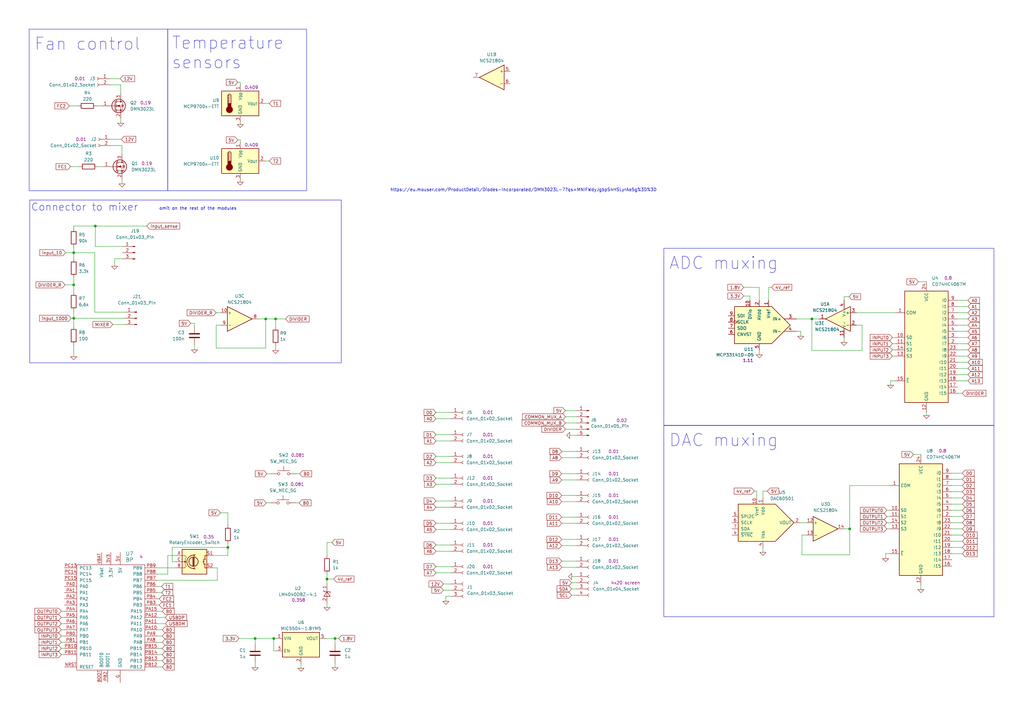
<source format=kicad_sch>
(kicad_sch (version 20230121) (generator eeschema)
  (paper "A3")
  (junction (at 30.226 103.632))
  (junction (at 113.03 130.81))
  (junction (at 30.226 116.84))
  (junction (at 134.112 237.49))
  (junction (at 39.116 92.71))
  (junction (at 93.472 224.536))
  (junction (at 108.966 130.81))
  (junction (at 112.268 261.874))
  (junction (at 137.414 261.874))
  (junction (at 348.488 216.916))
  (junction (at 104.648 261.874))
  (junction (at 30.226 130.556))
  (junction (at 332.994 130.81))
  (wire (pts (xy 113.03 141.732) (xy 113.03 143.764)))
  (wire (pts (xy 397.002 140.97) (xy 392.684 140.97)))
  (wire (pts (xy 230.378 214.63) (xy 236.474 214.63)))
  (wire (pts (xy 397.002 128.27) (xy 392.684 128.27)))
  (wire (pts (xy 365.252 157.988) (xy 365.252 156.21)))
  (wire (pts (xy 87.376 232.918) (xy 89.154 232.918)))
  (wire (pts (xy 348.488 199.136) (xy 348.488 216.916)))
  (wire (pts (xy 134.112 235.458) (xy 134.112 237.49)))
  (wire (pts (xy 330.962 219.456) (xy 328.93 219.456)))
  (wire (pts (xy 366.014 146.05) (xy 367.284 146.05)))
  (wire (pts (xy 394.716 204.216) (xy 390.398 204.216)))
  (wire (pts (xy 137.414 273.812) (xy 137.414 271.78)))
  (wire (pts (xy 234.442 241.554) (xy 236.474 241.554)))
  (wire (pts (xy 78.232 132.588) (xy 79.756 132.588)))
  (wire (pts (xy 394.716 219.456) (xy 390.398 219.456)))
  (wire (pts (xy 40.132 68.326) (xy 42.418 68.326)))
  (wire (pts (xy 182.88 246.634) (xy 182.88 244.602)))
  (wire (pts (xy 98.552 33.782) (xy 98.552 34.798)))
  (wire (pts (xy 328.93 219.456) (xy 328.93 227.584)))
  (wire (pts (xy 309.372 201.422) (xy 310.388 201.422)))
  (wire (pts (xy 39.116 101.092) (xy 39.116 92.71)))
  (wire (pts (xy 305.054 117.856) (xy 311.404 117.856)))
  (wire (pts (xy 93.472 227.838) (xy 87.376 227.838)))
  (wire (pts (xy 98.552 74.676) (xy 98.552 73.66)))
  (wire (pts (xy 138.938 261.874) (xy 137.414 261.874)))
  (wire (pts (xy 348.488 227.584) (xy 348.488 216.916)))
  (wire (pts (xy 231.902 168.402) (xy 236.474 168.402)))
  (wire (pts (xy 104.648 264.16) (xy 104.648 261.874)))
  (wire (pts (xy 67.818 253.238) (xy 64.516 253.238)))
  (wire (pts (xy 376.682 115.57) (xy 379.984 115.57)))
  (wire (pts (xy 348.234 121.666) (xy 346.202 121.666)))
  (wire (pts (xy 46.99 106.172) (xy 50.292 106.172)))
  (wire (pts (xy 394.716 209.296) (xy 390.398 209.296)))
  (wire (pts (xy 26.67 116.84) (xy 30.226 116.84)))
  (wire (pts (xy 379.984 168.91) (xy 379.984 170.434)))
  (wire (pts (xy 49.53 50.546) (xy 49.53 48.514)))
  (wire (pts (xy 181.864 239.522) (xy 184.912 239.522)))
  (wire (pts (xy 230.378 194.31) (xy 236.474 194.31)))
  (wire (pts (xy 104.648 273.812) (xy 104.648 271.78)))
  (wire (pts (xy 137.414 261.874) (xy 133.604 261.874)))
  (wire (pts (xy 328.422 135.89) (xy 326.644 135.89)))
  (wire (pts (xy 348.488 216.916) (xy 346.202 216.916)))
  (wire (pts (xy 122.682 206.248) (xy 121.158 206.248)))
  (wire (pts (xy 38.862 103.632) (xy 30.226 103.632)))
  (wire (pts (xy 394.716 196.596) (xy 390.398 196.596)))
  (wire (pts (xy 374.65 186.436) (xy 377.698 186.436)))
  (wire (pts (xy 394.716 216.916) (xy 390.398 216.916)))
  (wire (pts (xy 66.548 268.478) (xy 64.516 268.478)))
  (wire (pts (xy 397.002 133.35) (xy 392.684 133.35)))
  (wire (pts (xy 230.378 232.664) (xy 236.474 232.664)))
  (wire (pts (xy 25.146 263.398) (xy 26.416 263.398)))
  (wire (pts (xy 66.548 271.018) (xy 64.516 271.018)))
  (wire (pts (xy 397.002 146.05) (xy 392.684 146.05)))
  (wire (pts (xy 88.646 133.35) (xy 88.646 142.748)))
  (wire (pts (xy 90.424 210.312) (xy 93.472 210.312)))
  (wire (pts (xy 394.716 201.676) (xy 390.398 201.676)))
  (wire (pts (xy 315.214 117.856) (xy 315.214 123.19)))
  (wire (pts (xy 109.22 206.248) (xy 110.998 206.248)))
  (wire (pts (xy 70.612 224.536) (xy 93.472 224.536)))
  (wire (pts (xy 178.816 178.308) (xy 184.912 178.308)))
  (wire (pts (xy 178.816 208.026) (xy 184.912 208.026)))
  (wire (pts (xy 28.956 68.326) (xy 32.512 68.326)))
  (wire (pts (xy 123.444 274.066) (xy 123.444 272.034)))
  (wire (pts (xy 397.002 125.73) (xy 392.684 125.73)))
  (wire (pts (xy 346.202 121.666) (xy 346.202 123.19)))
  (wire (pts (xy 230.378 230.124) (xy 236.474 230.124)))
  (wire (pts (xy 397.002 151.13) (xy 392.684 151.13)))
  (wire (pts (xy 89.154 232.918) (xy 89.154 237.998)))
  (wire (pts (xy 30.226 130.556) (xy 51.054 130.556)))
  (wire (pts (xy 397.002 156.21) (xy 392.684 156.21)))
  (wire (pts (xy 397.002 138.43) (xy 392.684 138.43)))
  (wire (pts (xy 230.378 205.74) (xy 236.474 205.74)))
  (wire (pts (xy 93.472 210.312) (xy 93.472 215.392)))
  (wire (pts (xy 134.112 222.504) (xy 134.112 227.838)))
  (wire (pts (xy 348.488 199.136) (xy 364.998 199.136)))
  (wire (pts (xy 363.728 211.836) (xy 364.998 211.836)))
  (wire (pts (xy 30.226 101.346) (xy 30.226 103.632)))
  (wire (pts (xy 113.03 130.81) (xy 117.094 130.81)))
  (wire (pts (xy 394.716 194.056) (xy 390.398 194.056)))
  (wire (pts (xy 397.002 123.19) (xy 392.684 123.19)))
  (wire (pts (xy 97.536 57.404) (xy 98.552 57.404)))
  (wire (pts (xy 305.054 121.412) (xy 307.594 121.412)))
  (wire (pts (xy 30.226 116.84) (xy 30.226 119.888)))
  (wire (pts (xy 98.552 51.054) (xy 98.552 50.038)))
  (wire (pts (xy 79.756 143.51) (xy 79.756 141.478)))
  (wire (pts (xy 314.706 201.422) (xy 312.928 201.422)))
  (wire (pts (xy 79.756 132.588) (xy 79.756 133.858)))
  (wire (pts (xy 88.646 142.748) (xy 108.966 142.748)))
  (wire (pts (xy 72.136 227.838) (xy 68.834 227.838)))
  (wire (pts (xy 397.002 130.81) (xy 392.684 130.81)))
  (wire (pts (xy 394.716 224.536) (xy 390.398 224.536)))
  (wire (pts (xy 110.49 66.04) (xy 108.712 66.04)))
  (wire (pts (xy 134.112 249.174) (xy 134.112 247.142)))
  (wire (pts (xy 134.112 237.49) (xy 134.112 239.522)))
  (wire (pts (xy 66.548 258.318) (xy 64.516 258.318)))
  (wire (pts (xy 181.864 242.062) (xy 184.912 242.062)))
  (wire (pts (xy 353.568 133.35) (xy 351.282 133.35)))
  (wire (pts (xy 108.966 130.81) (xy 108.966 142.748)))
  (wire (pts (xy 51.054 128.016) (xy 38.862 128.016)))
  (wire (pts (xy 89.154 237.998) (xy 64.516 237.998)))
  (wire (pts (xy 137.414 264.16) (xy 137.414 261.874)))
  (wire (pts (xy 230.378 185.166) (xy 236.474 185.166)))
  (wire (pts (xy 326.644 130.81) (xy 332.994 130.81)))
  (wire (pts (xy 66.548 260.858) (xy 64.516 260.858)))
  (wire (pts (xy 72.136 232.918) (xy 64.516 232.918)))
  (wire (pts (xy 346.202 138.43) (xy 346.202 140.462)))
  (wire (pts (xy 328.168 214.376) (xy 330.962 214.376)))
  (wire (pts (xy 397.002 148.59) (xy 392.684 148.59)))
  (wire (pts (xy 112.268 261.874) (xy 113.284 261.874)))
  (wire (pts (xy 234.442 236.474) (xy 236.474 236.474)))
  (wire (pts (xy 231.902 173.482) (xy 236.474 173.482)))
  (wire (pts (xy 68.834 235.458) (xy 64.516 235.458)))
  (wire (pts (xy 108.966 130.81) (xy 113.03 130.81)))
  (wire (pts (xy 394.716 199.136) (xy 390.398 199.136)))
  (wire (pts (xy 394.716 211.836) (xy 390.398 211.836)))
  (wire (pts (xy 363.728 209.296) (xy 364.998 209.296)))
  (wire (pts (xy 178.816 234.95) (xy 184.912 234.95)))
  (wire (pts (xy 397.002 143.51) (xy 392.684 143.51)))
  (wire (pts (xy 72.136 230.378) (xy 70.612 230.378)))
  (wire (pts (xy 30.226 127.508) (xy 30.226 130.556)))
  (wire (pts (xy 397.002 135.89) (xy 392.684 135.89)))
  (wire (pts (xy 46.228 133.096) (xy 51.054 133.096)))
  (wire (pts (xy 328.422 135.89) (xy 328.422 137.922)))
  (wire (pts (xy 178.816 169.164) (xy 184.912 169.164)))
  (wire (pts (xy 178.816 232.41) (xy 184.912 232.41)))
  (wire (pts (xy 66.548 265.938) (xy 64.516 265.938)))
  (wire (pts (xy 377.698 239.776) (xy 377.698 241.808)))
  (wire (pts (xy 66.548 273.558) (xy 64.516 273.558)))
  (wire (pts (xy 332.994 130.81) (xy 332.994 143.764)))
  (wire (pts (xy 39.624 43.434) (xy 41.91 43.434)))
  (wire (pts (xy 50.038 75.438) (xy 50.038 73.406)))
  (wire (pts (xy 49.53 34.798) (xy 49.53 38.354)))
  (wire (pts (xy 178.816 198.628) (xy 184.912 198.628)))
  (wire (pts (xy 230.378 221.234) (xy 236.474 221.234)))
  (wire (pts (xy 231.902 176.022) (xy 236.474 176.022)))
  (wire (pts (xy 60.198 92.71) (xy 39.116 92.71)))
  (wire (pts (xy 112.268 266.954) (xy 113.284 266.954)))
  (wire (pts (xy 105.918 130.81) (xy 108.966 130.81)))
  (wire (pts (xy 66.294 243.078) (xy 64.516 243.078)))
  (wire (pts (xy 394.716 206.756) (xy 390.398 206.756)))
  (wire (pts (xy 134.112 237.49) (xy 136.906 237.49)))
  (wire (pts (xy 28.448 43.434) (xy 32.004 43.434)))
  (wire (pts (xy 178.816 171.704) (xy 184.912 171.704)))
  (wire (pts (xy 110.49 42.418) (xy 108.712 42.418)))
  (wire (pts (xy 66.548 250.698) (xy 64.516 250.698)))
  (wire (pts (xy 178.816 196.088) (xy 184.912 196.088)))
  (wire (pts (xy 136.144 222.504) (xy 134.112 222.504)))
  (wire (pts (xy 307.594 121.412) (xy 307.594 123.19)))
  (wire (pts (xy 30.226 92.71) (xy 30.226 93.726)))
  (wire (pts (xy 231.902 170.942) (xy 236.474 170.942)))
  (wire (pts (xy 363.728 214.376) (xy 364.998 214.376)))
  (wire (pts (xy 88.646 128.27) (xy 90.678 128.27)))
  (wire (pts (xy 178.816 180.848) (xy 184.912 180.848)))
  (wire (pts (xy 366.014 140.97) (xy 367.284 140.97)))
  (wire (pts (xy 328.93 227.584) (xy 348.488 227.584)))
  (wire (pts (xy 178.816 226.06) (xy 184.912 226.06)))
  (wire (pts (xy 30.226 130.556) (xy 30.226 133.858)))
  (wire (pts (xy 98.552 57.404) (xy 98.552 58.42)))
  (wire (pts (xy 50.292 101.092) (xy 39.116 101.092)))
  (wire (pts (xy 93.472 223.012) (xy 93.472 224.536)))
  (wire (pts (xy 65.278 245.618) (xy 64.516 245.618)))
  (wire (pts (xy 178.816 214.63) (xy 184.912 214.63)))
  (wire (pts (xy 234.442 244.094) (xy 236.474 244.094)))
  (wire (pts (xy 178.816 187.198) (xy 184.912 187.198)))
  (wire (pts (xy 178.816 217.17) (xy 184.912 217.17)))
  (wire (pts (xy 29.21 130.556) (xy 30.226 130.556)))
  (wire (pts (xy 98.044 261.874) (xy 104.648 261.874)))
  (wire (pts (xy 351.282 128.27) (xy 367.284 128.27)))
  (wire (pts (xy 68.834 227.838) (xy 68.834 235.458)))
  (wire (pts (xy 365.252 156.21) (xy 367.284 156.21)))
  (wire (pts (xy 316.484 117.856) (xy 315.214 117.856)))
  (wire (pts (xy 311.404 117.856) (xy 311.404 123.19)))
  (wire (pts (xy 25.146 260.858) (xy 26.416 260.858)))
  (wire (pts (xy 97.536 33.782) (xy 98.552 33.782)))
  (wire (pts (xy 234.442 239.014) (xy 236.474 239.014)))
  (wire (pts (xy 366.014 143.51) (xy 367.284 143.51)))
  (wire (pts (xy 394.716 221.996) (xy 390.398 221.996)))
  (wire (pts (xy 113.03 130.81) (xy 113.03 134.112)))
  (wire (pts (xy 363.22 227.076) (xy 363.22 229.108)))
  (wire (pts (xy 25.146 265.938) (xy 26.416 265.938)))
  (wire (pts (xy 312.928 224.536) (xy 312.928 226.568)))
  (wire (pts (xy 44.958 34.798) (xy 49.53 34.798)))
  (wire (pts (xy 104.648 261.874) (xy 112.268 261.874)))
  (wire (pts (xy 93.472 224.536) (xy 93.472 227.838)))
  (wire (pts (xy 112.268 261.874) (xy 112.268 266.954)))
  (wire (pts (xy 394.716 214.376) (xy 390.398 214.376)))
  (wire (pts (xy 394.716 227.076) (xy 390.398 227.076)))
  (wire (pts (xy 46.99 109.22) (xy 46.99 106.172)))
  (wire (pts (xy 30.226 113.792) (xy 30.226 116.84)))
  (wire (pts (xy 26.924 103.632) (xy 30.226 103.632)))
  (wire (pts (xy 230.378 196.85) (xy 236.474 196.85)))
  (wire (pts (xy 230.378 187.706) (xy 236.474 187.706)))
  (wire (pts (xy 397.002 153.67) (xy 392.684 153.67)))
  (wire (pts (xy 230.378 203.2) (xy 236.474 203.2)))
  (wire (pts (xy 182.88 244.602) (xy 184.912 244.602)))
  (wire (pts (xy 66.548 263.398) (xy 64.516 263.398)))
  (wire (pts (xy 332.994 143.764) (xy 353.568 143.764)))
  (wire (pts (xy 39.116 92.71) (xy 30.226 92.71)))
  (wire (pts (xy 312.928 201.422) (xy 312.928 204.216)))
  (wire (pts (xy 109.474 194.31) (xy 111.252 194.31)))
  (wire (pts (xy 38.862 128.016) (xy 38.862 103.632)))
  (wire (pts (xy 65.278 248.158) (xy 64.516 248.158)))
  (wire (pts (xy 30.226 141.478) (xy 30.226 146.304)))
  (wire (pts (xy 178.816 205.486) (xy 184.912 205.486)))
  (wire (pts (xy 230.378 212.09) (xy 236.474 212.09)))
  (wire (pts (xy 25.146 255.778) (xy 26.416 255.778)))
  (wire (pts (xy 336.042 130.81) (xy 332.994 130.81)))
  (wire (pts (xy 25.146 253.238) (xy 26.416 253.238)))
  (wire (pts (xy 366.014 138.43) (xy 367.284 138.43)))
  (wire (pts (xy 30.226 103.632) (xy 30.226 106.172)))
  (wire (pts (xy 394.716 161.29) (xy 392.684 161.29)))
  (wire (pts (xy 178.816 189.738) (xy 184.912 189.738)))
  (wire (pts (xy 88.646 133.35) (xy 90.678 133.35)))
  (wire (pts (xy 122.936 194.31) (xy 121.412 194.31)))
  (wire (pts (xy 45.466 57.15) (xy 49.784 57.15)))
  (wire (pts (xy 25.146 268.478) (xy 26.416 268.478)))
  (wire (pts (xy 230.378 223.774) (xy 236.474 223.774)))
  (wire (pts (xy 310.388 201.422) (xy 310.388 204.216)))
  (wire (pts (xy 50.038 59.69) (xy 50.038 63.246)))
  (wire (pts (xy 66.294 240.538) (xy 64.516 240.538)))
  (wire (pts (xy 363.728 216.916) (xy 364.998 216.916)))
  (wire (pts (xy 45.466 59.69) (xy 50.038 59.69)))
  (wire (pts (xy 70.612 230.378) (xy 70.612 224.536)))
  (wire (pts (xy 363.22 227.076) (xy 364.998 227.076)))
  (wire (pts (xy 44.958 32.258) (xy 49.276 32.258)))
  (wire (pts (xy 25.146 250.698) (xy 26.416 250.698)))
  (wire (pts (xy 25.146 258.318) (xy 26.416 258.318)))
  (wire (pts (xy 353.568 143.764) (xy 353.568 133.35)))
  (wire (pts (xy 178.816 223.52) (xy 184.912 223.52)))
  (wire (pts (xy 67.818 255.778) (xy 64.516 255.778)))
  (wire (pts (xy 311.404 143.51) (xy 311.404 145.542)))
  (wire (pts (xy 233.68 178.562) (xy 236.474 178.562)))
  (rectangle (start 12.192 82.042) (end 139.954 148.844))
  (rectangle (start 272.288 101.854) (end 407.67 174.498))
  (rectangle (start 11.938 11.938) (end 68.834 78.232))
  (rectangle (start 272.288 174.498) (end 407.67 252.984))
  (rectangle (start 68.834 11.938) (end 125.73 78.232))
  (text "https://eu.mouser.com/ProductDetail/Diodes-Incorporated/DMN3023L-7?qs=MNIFWdyJgbpS4HSLyrAo5g%3D%3D" (at 160.02 78.74 0) (effects (font (size 1.27 1.27)) (justify left bottom)))
  (text "omit on the rest of the modules" (at 65.278 86.36 0) (effects (font (size 1.27 1.27)) (justify left bottom)))
  (text "ADC muxing" (at 274.32 110.998 0) (effects (font (size 5 5)) (justify left bottom)))
  (text "Fan control" (at 13.97 21.082 0) (effects (font (size 5 5)) (justify left bottom)))
  (text "Connector to mixer" (at 12.7 86.868 0) (effects (font (size 3 3)) (justify left bottom)))
  (text "DAC muxing" (at 274.32 183.642 0) (effects (font (size 5 5)) (justify left bottom)))
  (text "Temperature \nsensors\n" (at 70.358 28.702 0) (effects (font (size 5 5)) (justify left bottom)))
  (global_label "OUTPUT2" (shape input) (at 363.728 214.376 180) (property "Intersheetrefs" "${INTERSHEET_REFS}" (effects hide)))
  (global_label "DIVIDER_R" (shape input) (at 88.646 128.27 180) (property "Intersheetrefs" "${INTERSHEET_REFS}" (effects hide)))
  (global_label "INPUT2" (shape input) (at 366.014 143.51 180) (property "Intersheetrefs" "${INTERSHEET_REFS}" (effects hide)))
  (global_label "A7" (shape input) (at 397.002 140.97 0) (property "Intersheetrefs" "${INTERSHEET_REFS}" (effects hide)))
  (global_label "A13" (shape input) (at 397.002 156.21 0) (property "Intersheetrefs" "${INTERSHEET_REFS}" (effects hide)))
  (global_label "5V" (shape input) (at 234.442 239.014 180) (property "Intersheetrefs" "${INTERSHEET_REFS}" (effects hide)))
  (global_label "D7" (shape input) (at 178.816 232.41 180) (property "Intersheetrefs" "${INTERSHEET_REFS}" (effects hide)))
  (global_label "T2" (shape input) (at 66.294 243.078 0) (property "Intersheetrefs" "${INTERSHEET_REFS}" (effects hide)))
  (global_label "5V" (shape input) (at 314.706 201.422 0) (property "Intersheetrefs" "${INTERSHEET_REFS}" (effects hide)))
  (global_label "D4" (shape input) (at 178.816 205.486 180) (property "Intersheetrefs" "${INTERSHEET_REFS}" (effects hide)))
  (global_label "D12" (shape input) (at 394.716 224.536 0) (property "Intersheetrefs" "${INTERSHEET_REFS}" (effects hide)))
  (global_label "5V" (shape input) (at 78.232 132.588 180) (property "Intersheetrefs" "${INTERSHEET_REFS}" (effects hide)))
  (global_label "A12" (shape input) (at 397.002 153.67 0) (property "Intersheetrefs" "${INTERSHEET_REFS}" (effects hide)))
  (global_label "A5" (shape input) (at 178.816 217.17 180) (property "Intersheetrefs" "${INTERSHEET_REFS}" (effects hide)))
  (global_label "D5" (shape input) (at 394.716 206.756 0) (property "Intersheetrefs" "${INTERSHEET_REFS}" (effects hide)))
  (global_label "COMMON_MUX_B" (shape input) (at 231.902 173.482 180) (property "Intersheetrefs" "${INTERSHEET_REFS}" (effects hide)))
  (global_label "D9" (shape input) (at 230.378 194.31 180) (property "Intersheetrefs" "${INTERSHEET_REFS}" (effects hide)))
  (global_label "D10" (shape input) (at 230.378 203.2 180) (property "Intersheetrefs" "${INTERSHEET_REFS}" (effects hide)))
  (global_label "INPUT0" (shape input) (at 366.014 138.43 180) (property "Intersheetrefs" "${INTERSHEET_REFS}" (effects hide)))
  (global_label "A5" (shape input) (at 397.002 135.89 0) (property "Intersheetrefs" "${INTERSHEET_REFS}" (effects hide)))
  (global_label "OUTPUT1" (shape input) (at 363.728 211.836 180) (property "Intersheetrefs" "${INTERSHEET_REFS}" (effects hide)))
  (global_label "DIVIDER_R" (shape input) (at 26.67 116.84 180) (property "Intersheetrefs" "${INTERSHEET_REFS}" (effects hide)))
  (global_label "D11" (shape input) (at 394.716 221.996 0) (property "Intersheetrefs" "${INTERSHEET_REFS}" (effects hide)))
  (global_label "D4" (shape input) (at 394.716 204.216 0) (property "Intersheetrefs" "${INTERSHEET_REFS}" (effects hide)))
  (global_label "A6" (shape input) (at 178.816 226.06 180) (property "Intersheetrefs" "${INTERSHEET_REFS}" (effects hide)))
  (global_label "5V" (shape input) (at 231.902 168.402 180) (property "Intersheetrefs" "${INTERSHEET_REFS}" (effects hide)))
  (global_label "INPUT3" (shape input) (at 25.146 268.478 180) (property "Intersheetrefs" "${INTERSHEET_REFS}" (effects hide)))
  (global_label "A3" (shape input) (at 397.002 130.81 0) (property "Intersheetrefs" "${INTERSHEET_REFS}" (effects hide)))
  (global_label "D8" (shape input) (at 230.378 185.166 180) (property "Intersheetrefs" "${INTERSHEET_REFS}" (effects hide)))
  (global_label "input_sense" (shape input) (at 60.198 92.71 0) (property "Intersheetrefs" "${INTERSHEET_REFS}" (effects hide)))
  (global_label "A11" (shape input) (at 230.378 214.63 180) (property "Intersheetrefs" "${INTERSHEET_REFS}" (effects hide)))
  (global_label "D3" (shape input) (at 394.716 201.676 0) (property "Intersheetrefs" "${INTERSHEET_REFS}" (effects hide)))
  (global_label "B0" (shape input) (at 66.548 265.938 0) (property "Intersheetrefs" "${INTERSHEET_REFS}" (effects hide)))
  (global_label "A8" (shape input) (at 397.002 143.51 0) (property "Intersheetrefs" "${INTERSHEET_REFS}" (effects hide)))
  (global_label "B0" (shape input) (at 66.548 258.318 0) (property "Intersheetrefs" "${INTERSHEET_REFS}" (effects hide)))
  (global_label "A12" (shape input) (at 230.378 223.774 180) (property "Intersheetrefs" "${INTERSHEET_REFS}" (effects hide)))
  (global_label "D3" (shape input) (at 178.816 196.088 180) (property "Intersheetrefs" "${INTERSHEET_REFS}" (effects hide)))
  (global_label "D6" (shape input) (at 394.716 209.296 0) (property "Intersheetrefs" "${INTERSHEET_REFS}" (effects hide)))
  (global_label "A0" (shape input) (at 178.816 171.704 180) (property "Intersheetrefs" "${INTERSHEET_REFS}" (effects hide)))
  (global_label "B0" (shape input) (at 66.548 273.558 0) (property "Intersheetrefs" "${INTERSHEET_REFS}" (effects hide)))
  (global_label "D5" (shape input) (at 178.816 214.63 180) (property "Intersheetrefs" "${INTERSHEET_REFS}" (effects hide)))
  (global_label "INPUT3" (shape input) (at 366.014 146.05 180) (property "Intersheetrefs" "${INTERSHEET_REFS}" (effects hide)))
  (global_label "A8" (shape input) (at 230.378 187.706 180) (property "Intersheetrefs" "${INTERSHEET_REFS}" (effects hide)))
  (global_label "T2" (shape input) (at 110.49 66.04 0) (property "Intersheetrefs" "${INTERSHEET_REFS}" (effects hide)))
  (global_label "SDA" (shape input) (at 234.442 241.554 180) (property "Intersheetrefs" "${INTERSHEET_REFS}" (effects hide)))
  (global_label "A2" (shape input) (at 397.002 128.27 0) (property "Intersheetrefs" "${INTERSHEET_REFS}" (effects hide)))
  (global_label "5V" (shape input) (at 136.144 222.504 0) (property "Intersheetrefs" "${INTERSHEET_REFS}" (effects hide)))
  (global_label "A4" (shape input) (at 397.002 133.35 0) (property "Intersheetrefs" "${INTERSHEET_REFS}" (effects hide)))
  (global_label "D2" (shape input) (at 178.816 187.198 180) (property "Intersheetrefs" "${INTERSHEET_REFS}" (effects hide)))
  (global_label "INPUT2" (shape input) (at 25.146 265.938 180) (property "Intersheetrefs" "${INTERSHEET_REFS}" (effects hide)))
  (global_label "D0" (shape input) (at 178.816 169.164 180) (property "Intersheetrefs" "${INTERSHEET_REFS}" (effects hide)))
  (global_label "B0" (shape input) (at 122.682 206.248 0) (property "Intersheetrefs" "${INTERSHEET_REFS}" (effects hide)))
  (global_label "DIVIDER" (shape input) (at 117.094 130.81 0) (property "Intersheetrefs" "${INTERSHEET_REFS}" (effects hide)))
  (global_label "A10" (shape input) (at 397.002 148.59 0) (property "Intersheetrefs" "${INTERSHEET_REFS}" (effects hide)))
  (global_label "D0" (shape input) (at 394.716 194.056 0) (property "Intersheetrefs" "${INTERSHEET_REFS}" (effects hide)))
  (global_label "A7" (shape input) (at 178.816 234.95 180) (property "Intersheetrefs" "${INTERSHEET_REFS}" (effects hide)))
  (global_label "D1" (shape input) (at 178.816 178.308 180) (property "Intersheetrefs" "${INTERSHEET_REFS}" (effects hide)))
  (global_label "COMMON_MUX_A" (shape input) (at 231.902 170.942 180) (property "Intersheetrefs" "${INTERSHEET_REFS}" (effects hide)))
  (global_label "B0" (shape input) (at 66.548 263.398 0) (property "Intersheetrefs" "${INTERSHEET_REFS}" (effects hide)))
  (global_label "A10" (shape input) (at 230.378 205.74 180) (property "Intersheetrefs" "${INTERSHEET_REFS}" (effects hide)))
  (global_label "DIVIDER" (shape input) (at 394.716 161.29 0) (property "Intersheetrefs" "${INTERSHEET_REFS}" (effects hide)))
  (global_label "A11" (shape input) (at 397.002 151.13 0) (property "Intersheetrefs" "${INTERSHEET_REFS}" (effects hide)))
  (global_label "A1" (shape input) (at 178.816 180.848 180) (property "Intersheetrefs" "${INTERSHEET_REFS}" (effects hide)))
  (global_label "5V" (shape input) (at 97.536 57.404 180) (property "Intersheetrefs" "${INTERSHEET_REFS}" (effects hide)))
  (global_label "INPUT1" (shape input) (at 25.146 263.398 180) (property "Intersheetrefs" "${INTERSHEET_REFS}" (effects hide)))
  (global_label "OUTPUT3" (shape input) (at 25.146 258.318 180) (property "Intersheetrefs" "${INTERSHEET_REFS}" (effects hide)))
  (global_label "A0" (shape input) (at 397.002 123.19 0) (property "Intersheetrefs" "${INTERSHEET_REFS}" (effects hide)))
  (global_label "12V" (shape input) (at 49.276 32.258 0) (property "Intersheetrefs" "${INTERSHEET_REFS}" (effects hide)))
  (global_label "D13" (shape input) (at 230.378 230.124 180) (property "Intersheetrefs" "${INTERSHEET_REFS}" (effects hide)))
  (global_label "B0" (shape input) (at 66.548 250.698 0) (property "Intersheetrefs" "${INTERSHEET_REFS}" (effects hide)))
  (global_label "INPUT0" (shape input) (at 25.146 260.858 180) (property "Intersheetrefs" "${INTERSHEET_REFS}" (effects hide)))
  (global_label "SCL" (shape input) (at 234.442 244.094 180) (property "Intersheetrefs" "${INTERSHEET_REFS}" (effects hide)))
  (global_label "D8" (shape input) (at 394.716 214.376 0) (property "Intersheetrefs" "${INTERSHEET_REFS}" (effects hide)))
  (global_label "5V" (shape input) (at 97.536 33.782 180) (property "Intersheetrefs" "${INTERSHEET_REFS}" (effects hide)))
  (global_label "A4" (shape input) (at 178.816 208.026 180) (property "Intersheetrefs" "${INTERSHEET_REFS}" (effects hide)))
  (global_label "D11" (shape input) (at 230.378 212.09 180) (property "Intersheetrefs" "${INTERSHEET_REFS}" (effects hide)))
  (global_label "D6" (shape input) (at 178.816 223.52 180) (property "Intersheetrefs" "${INTERSHEET_REFS}" (effects hide)))
  (global_label "5V" (shape input) (at 90.424 210.312 180) (property "Intersheetrefs" "${INTERSHEET_REFS}" (effects hide)))
  (global_label "A2" (shape input) (at 178.816 189.738 180) (property "Intersheetrefs" "${INTERSHEET_REFS}" (effects hide)))
  (global_label "B0" (shape input) (at 66.548 260.858 0) (property "Intersheetrefs" "${INTERSHEET_REFS}" (effects hide)))
  (global_label "FC1" (shape input) (at 28.956 68.326 180) (property "Intersheetrefs" "${INTERSHEET_REFS}" (effects hide)))
  (global_label "D7" (shape input) (at 394.716 211.836 0) (property "Intersheetrefs" "${INTERSHEET_REFS}" (effects hide)))
  (global_label "T1" (shape input) (at 66.294 240.538 0) (property "Intersheetrefs" "${INTERSHEET_REFS}" (effects hide)))
  (global_label "B0" (shape input) (at 66.548 268.478 0) (property "Intersheetrefs" "${INTERSHEET_REFS}" (effects hide)))
  (global_label "3.3V" (shape input) (at 98.044 261.874 180) (property "Intersheetrefs" "${INTERSHEET_REFS}" (effects hide)))
  (global_label "4V_ref" (shape input) (at 309.372 201.422 180) (property "Intersheetrefs" "${INTERSHEET_REFS}" (effects hide)))
  (global_label "D13" (shape input) (at 394.716 227.076 0) (property "Intersheetrefs" "${INTERSHEET_REFS}" (effects hide)))
  (global_label "D1" (shape input) (at 394.716 196.596 0) (property "Intersheetrefs" "${INTERSHEET_REFS}" (effects hide)))
  (global_label "D12" (shape input) (at 230.378 221.234 180) (property "Intersheetrefs" "${INTERSHEET_REFS}" (effects hide)))
  (global_label "B0" (shape input) (at 122.936 194.31 0) (property "Intersheetrefs" "${INTERSHEET_REFS}" (effects hide)))
  (global_label "B0" (shape input) (at 66.548 271.018 0) (property "Intersheetrefs" "${INTERSHEET_REFS}" (effects hide)))
  (global_label "FC1" (shape input) (at 65.278 248.158 0) (property "Intersheetrefs" "${INTERSHEET_REFS}" (effects hide)))
  (global_label "5V" (shape input) (at 109.474 194.31 180) (property "Intersheetrefs" "${INTERSHEET_REFS}" (effects hide)))
  (global_label "3.3V" (shape input) (at 305.054 121.412 180) (property "Intersheetrefs" "${INTERSHEET_REFS}" (effects hide)))
  (global_label "A9" (shape input) (at 230.378 196.85 180) (property "Intersheetrefs" "${INTERSHEET_REFS}" (effects hide)))
  (global_label "A1" (shape input) (at 397.002 125.73 0) (property "Intersheetrefs" "${INTERSHEET_REFS}" (effects hide)))
  (global_label "5V" (shape input) (at 348.234 121.666 0) (property "Intersheetrefs" "${INTERSHEET_REFS}" (effects hide)))
  (global_label "OUTPUT0" (shape input) (at 25.146 250.698 180) (property "Intersheetrefs" "${INTERSHEET_REFS}" (effects hide)))
  (global_label "D2" (shape input) (at 394.716 199.136 0) (property "Intersheetrefs" "${INTERSHEET_REFS}" (effects hide)))
  (global_label "input_1000" (shape input) (at 29.21 130.556 180) (property "Intersheetrefs" "${INTERSHEET_REFS}" (effects hide)))
  (global_label "OUTPUT1" (shape input) (at 25.146 253.238 180) (property "Intersheetrefs" "${INTERSHEET_REFS}" (effects hide)))
  (global_label "OUTPUT3" (shape input) (at 363.728 216.916 180) (property "Intersheetrefs" "${INTERSHEET_REFS}" (effects hide)))
  (global_label "OUTPUT0" (shape input) (at 363.728 209.296 180) (property "Intersheetrefs" "${INTERSHEET_REFS}" (effects hide)))
  (global_label "1.8V" (shape input) (at 138.938 261.874 0) (property "Intersheetrefs" "${INTERSHEET_REFS}" (effects hide)))
  (global_label "5V" (shape input) (at 376.682 115.57 180) (property "Intersheetrefs" "${INTERSHEET_REFS}" (effects hide)))
  (global_label "D9" (shape input) (at 394.716 216.916 0) (property "Intersheetrefs" "${INTERSHEET_REFS}" (effects hide)))
  (global_label "D10" (shape input) (at 394.716 219.456 0) (property "Intersheetrefs" "${INTERSHEET_REFS}" (effects hide)))
  (global_label "12V" (shape input) (at 181.864 239.522 180) (property "Intersheetrefs" "${INTERSHEET_REFS}" (effects hide)))
  (global_label "4V_ref" (shape input) (at 136.906 237.49 0) (property "Intersheetrefs" "${INTERSHEET_REFS}" (effects hide)))
  (global_label "12V" (shape input) (at 49.784 57.15 0) (property "Intersheetrefs" "${INTERSHEET_REFS}" (effects hide)))
  (global_label "A3" (shape input) (at 178.816 198.628 180) (property "Intersheetrefs" "${INTERSHEET_REFS}" (effects hide)))
  (global_label "FC2" (shape input) (at 28.448 43.434 180) (property "Intersheetrefs" "${INTERSHEET_REFS}" (effects hide)))
  (global_label "A6" (shape input) (at 397.002 138.43 0) (property "Intersheetrefs" "${INTERSHEET_REFS}" (effects hide)))
  (global_label "USBDM" (shape input) (at 67.818 255.778 0) (property "Intersheetrefs" "${INTERSHEET_REFS}" (effects hide)))
  (global_label "T1" (shape input) (at 110.49 42.418 0) (property "Intersheetrefs" "${INTERSHEET_REFS}" (effects hide)))
  (global_label "A13" (shape input) (at 230.378 232.664 180) (property "Intersheetrefs" "${INTERSHEET_REFS}" (effects hide)))
  (global_label "5V" (shape input) (at 109.22 206.248 180) (property "Intersheetrefs" "${INTERSHEET_REFS}" (effects hide)))
  (global_label "5V" (shape input) (at 181.864 242.062 180) (property "Intersheetrefs" "${INTERSHEET_REFS}" (effects hide)))
  (global_label "4V_ref" (shape input) (at 316.484 117.856 0) (property "Intersheetrefs" "${INTERSHEET_REFS}" (effects hide)))
  (global_label "MIXER" (shape input) (at 46.228 133.096 180) (property "Intersheetrefs" "${INTERSHEET_REFS}" (effects hide)))
  (global_label "input_10" (shape input) (at 26.924 103.632 180) (property "Intersheetrefs" "${INTERSHEET_REFS}" (effects hide)))
  (global_label "FC2" (shape input) (at 65.278 245.618 0) (property "Intersheetrefs" "${INTERSHEET_REFS}" (effects hide)))
  (global_label "INPUT1" (shape input) (at 366.014 140.97 180) (property "Intersheetrefs" "${INTERSHEET_REFS}" (effects hide)))
  (global_label "A9" (shape input) (at 397.002 146.05 0) (property "Intersheetrefs" "${INTERSHEET_REFS}" (effects hide)))
  (global_label "OUTPUT2" (shape input) (at 25.146 255.778 180) (property "Intersheetrefs" "${INTERSHEET_REFS}" (effects hide)))
  (global_label "USBDP" (shape input) (at 67.818 253.238 0) (property "Intersheetrefs" "${INTERSHEET_REFS}" (effects hide)))
  (global_label "DIVIDER" (shape input) (at 231.902 176.022 180) (property "Intersheetrefs" "${INTERSHEET_REFS}" (effects hide)))
  (global_label "5V" (shape input) (at 374.65 186.436 180) (property "Intersheetrefs" "${INTERSHEET_REFS}" (effects hide)))
  (global_label "1.8V" (shape input) (at 305.054 117.856 180) (property "Intersheetrefs" "${INTERSHEET_REFS}" (effects hide)))
  (symbol (lib_id "Simulation_SPICE:0") (at 49.53 50.546 0) (unit 1)
    (property "Reference" "#GND015" (effects hide))
    (property "Value" "0" (effects hide))
  )
  (symbol (lib_id "Connector:Conn_01x02_Socket") (at 189.992 178.308 0) (unit 1)
    (property "Reference" "J7" (at 191.262 178.308 0) (effects (justify left)))
    (property "Value" "Conn_01x02_Socket" (at 191.262 180.848 0) (effects (justify left)))
    (property "Footprint" "Connector_JST:JST_EH_B2B-EH-A_1x02_P2.50mm_Vertical" (effects hide))
    (property "Price" "0.01" (at 200.152 178.308 0))
  )
  (symbol (lib_id "Connector:Conn_01x03_Pin") (at 56.134 130.556 0) (mirror y) (unit 1)
    (property "Reference" "J21" (at 56.134 121.666 0))
    (property "Value" "Conn_01x03_Pin" (at 56.134 124.206 0))
    (property "Footprint" "Connector_JST:JST_EH_B3B-EH-A_1x03_P2.50mm_Vertical" (effects hide))
    (property "Price" "0.015" (effects hide))
  )
  (symbol (lib_id "Simulation_SPICE:0") (at 104.648 273.812 0) (unit 1)
    (property "Reference" "#GND011" (effects hide))
    (property "Value" "0" (effects hide))
  )
  (symbol (lib_id "Device:R") (at 35.814 43.434 90) (unit 1)
    (property "Reference" "R4" (at 35.814 38.1 90))
    (property "Value" "220" (at 35.814 40.64 90))
    (property "Footprint" "Resistor_SMD:R_0603_1608Metric_Pad0.98x0.95mm_HandSolder" (effects hide))
  )
  (symbol (lib_id "Switch:SW_MEC_5G") (at 116.078 206.248 0) (unit 1)
    (property "Reference" "SW3" (at 116.078 198.628 0))
    (property "Value" "SW_MEC_5G" (at 116.078 201.168 0))
    (property "Footprint" "Button_Switch_SMD:SW_SPST_B3S-1000" (effects hide))
    (property "Datasheet" "http://www.apem.com/int/index.php?controller=attachment&id_attachment=488" (effects hide))
    (property "Price" "0.081" (at 121.92 198.628 0))
  )
  (symbol (lib_id "Simulation_SPICE:0") (at 137.414 273.812 0) (unit 1)
    (property "Reference" "#GND013" (effects hide))
    (property "Value" "0" (effects hide))
  )
  (symbol (lib_id "Device:R") (at 134.112 231.648 0) (unit 1)
    (property "Reference" "R1" (at 136.398 230.378 0) (effects (justify left)))
    (property "Value" "1k" (at 136.398 232.918 0) (effects (justify left)))
    (property "Footprint" "Resistor_SMD:R_0603_1608Metric_Pad0.98x0.95mm_HandSolder" (effects hide))
  )
  (symbol (lib_id "Device:RotaryEncoder_Switch") (at 79.756 230.378 0) (unit 1)
    (property "Reference" "SW1" (at 79.756 219.964 0))
    (property "Value" "RotaryEncoder_Switch" (at 79.756 222.504 0))
    (property "Price" "0.35" (at 85.598 220.218 0))
  )
  (symbol (lib_id "Device:R") (at 30.226 109.982 0) (unit 1)
    (property "Reference" "R6" (at 32.258 108.712 0) (effects (justify left)))
    (property "Value" "3.3k" (at 32.258 111.252 0) (effects (justify left)))
    (property "Footprint" "Resistor_SMD:R_0603_1608Metric_Pad0.98x0.95mm_HandSolder" (effects hide))
    (property "Price" "0.352" (effects hide))
  )
  (symbol (lib_id "Connector:Conn_01x02_Socket") (at 189.992 196.088 0) (unit 1)
    (property "Reference" "J12" (at 191.262 196.088 0) (effects (justify left)))
    (property "Value" "Conn_01x02_Socket" (at 191.262 198.628 0) (effects (justify left)))
    (property "Footprint" "Connector_JST:JST_EH_B2B-EH-A_1x02_P2.50mm_Vertical" (effects hide))
    (property "Price" "0.01" (at 200.152 196.088 0))
  )
  (symbol (lib_id "Simulation_SPICE:0") (at 312.928 226.568 0) (unit 1)
    (property "Reference" "#GND010" (effects hide))
    (property "Value" "0" (effects hide))
  )
  (symbol (lib_id "Connector:Conn_01x03_Pin") (at 55.372 103.632 0) (mirror y) (unit 1)
    (property "Reference" "J19" (at 55.372 94.742 0))
    (property "Value" "Conn_01x03_Pin" (at 55.372 97.282 0))
    (property "Footprint" "Connector_JST:JST_EH_B3B-EH-A_1x03_P2.50mm_Vertical" (effects hide))
    (property "Price" "0.015" (effects hide))
  )
  (symbol (lib_id "Device:C") (at 137.414 267.97 0) (unit 1)
    (property "Reference" "C2" (at 141.224 266.7 0) (effects (justify left)))
    (property "Value" "1u" (at 141.224 269.24 0) (effects (justify left)))
    (property "Footprint" "Capacitor_SMD:C_0603_1608Metric_Pad1.08x0.95mm_HandSolder" (effects hide))
  )
  (symbol (lib_id "Regulator_Linear:MIC5504-1.8YM5") (at 123.444 264.414 0) (unit 1)
    (property "Reference" "U6" (at 123.444 255.27 0))
    (property "Value" "MIC5504-1.8YM5" (at 123.444 257.81 0))
    (property "Footprint" "Package_TO_SOT_SMD:SOT-23-5" (effects hide))
    (property "Datasheet" "http://ww1.microchip.com/downloads/en/DeviceDoc/MIC550X.pdf" (effects hide))
  )
  (symbol (lib_id "Connector:Conn_01x02_Socket") (at 241.554 212.09 0) (unit 1)
    (property "Reference" "J16" (at 242.824 212.09 0) (effects (justify left)))
    (property "Value" "Conn_01x02_Socket" (at 242.824 214.63 0) (effects (justify left)))
    (property "Footprint" "Connector_JST:JST_EH_B2B-EH-A_1x02_P2.50mm_Vertical" (effects hide))
    (property "Price" "0.01" (at 251.714 212.09 0))
  )
  (symbol (lib_id "Simulation_SPICE:0") (at 30.226 146.304 0) (mirror y) (unit 1)
    (property "Reference" "#GND023" (effects hide))
    (property "Value" "0" (effects hide))
  )
  (symbol (lib_id "Simulation_SPICE:0") (at 98.552 74.676 0) (unit 1)
    (property "Reference" "#GND019" (effects hide))
    (property "Value" "0" (effects hide))
  )
  (symbol (lib_id "Device:R") (at 113.03 137.922 180) (unit 1)
    (property "Reference" "R9" (at 114.808 136.652 0) (effects (justify right)))
    (property "Value" "1k" (at 114.808 139.192 0) (effects (justify right)))
    (property "Footprint" "Resistor_SMD:R_0603_1608Metric_Pad0.98x0.95mm_HandSolder" (effects hide))
  )
  (symbol (lib_id "SPICE_opamps:NCS21804") (at 346.202 130.81 0) (mirror y) (unit 5)
    (property "Reference" "U3" (at 334.264 132.588 0) (effects (justify right)))
    (property "Value" "NCS21804" (at 334.264 135.128 0) (effects (justify right)))
    (property "Footprint" "Package_SO:TSSOP-14_4.4x5mm_P0.65mm" (effects hide))
    (property "Datasheet" "http://www.onsemi.com/pub/Collateral/NCS325-D.PDF" (effects hide))
    (property "Sim.Library" "/home/ostoja/KiCad/models/opamps/NCS21804.lib" (effects hide))
    (property "Sim.Name" "NCS21804" (effects hide))
    (property "Sim.Device" "SUBCKT" (effects hide))
    (property "Sim.Pins" "1=OUT1 2=IN1- 3=IN1+ 4=VCC 5=IN2+ 6=IN2- 7=OUT2 8=OUT3 9=IN3- 10=IN3+ 11=VEE 12=IN4+ 13=IN4- 14=OUT4" (effects hide))
    (property "Price" "1.91" (effects hide))
  )
  (symbol (lib_id "Connector:Conn_01x02_Socket") (at 40.386 57.15 0) (mirror y) (unit 1)
    (property "Reference" "J2" (at 39.624 57.15 0) (effects (justify left)))
    (property "Value" "Conn_01x02_Socket" (at 39.624 59.69 0) (effects (justify left)))
    (property "Footprint" "Connector_JST:JST_EH_B2B-EH-A_1x02_P2.50mm_Vertical" (effects hide))
    (property "Price" "0.01" (at 33.274 57.15 0))
  )
  (symbol (lib_id "Connector:Conn_01x02_Socket") (at 189.992 205.486 0) (unit 1)
    (property "Reference" "J9" (at 191.262 205.486 0) (effects (justify left)))
    (property "Value" "Conn_01x02_Socket" (at 191.262 208.026 0) (effects (justify left)))
    (property "Footprint" "Connector_JST:JST_EH_B2B-EH-A_1x02_P2.50mm_Vertical" (effects hide))
    (property "Price" "0.01" (at 200.152 205.486 0))
  )
  (symbol (lib_id "Simulation_SPICE:0") (at 365.252 157.988 0) (unit 1)
    (property "Reference" "#GND09" (effects hide))
    (property "Value" "0" (effects hide))
  )
  (symbol (lib_id "Sensor_Temperature:MCP9700x-ETT") (at 98.552 42.418 0) (unit 1)
    (property "Reference" "U9" (at 89.916 41.148 0) (effects (justify right)))
    (property "Value" "MCP9700x-ETT" (at 89.916 43.688 0) (effects (justify right)))
    (property "Footprint" "Connector_JST:JST_EH_B3B-EH-A_1x03_P2.50mm_Vertical" (effects hide))
    (property "Datasheet" "http://ww1.microchip.com/downloads/en/devicedoc/20001942g.pdf" (effects hide))
    (property "Price" "0.409" (at 103.124 35.814 0))
  )
  (symbol (lib_id "Connector:Conn_01x02_Socket") (at 189.992 232.41 0) (unit 1)
    (property "Reference" "J20" (at 191.262 232.41 0) (effects (justify left)))
    (property "Value" "Conn_01x02_Socket" (at 191.262 234.95 0) (effects (justify left)))
    (property "Footprint" "Connector_JST:JST_EH_B2B-EH-A_1x02_P2.50mm_Vertical" (effects hide))
    (property "Price" "0.01" (at 200.152 232.41 0))
  )
  (symbol (lib_id "Simulation_SPICE:0") (at 46.99 109.22 0) (mirror y) (unit 1)
    (property "Reference" "#GND024" (effects hide))
    (property "Value" "0" (effects hide))
  )
  (symbol (lib_id "Device:C") (at 104.648 267.97 0) (mirror y) (unit 1)
    (property "Reference" "C1" (at 100.838 266.7 0) (effects (justify left)))
    (property "Value" "1u" (at 100.838 269.24 0) (effects (justify left)))
    (property "Footprint" "Capacitor_SMD:C_0603_1608Metric_Pad1.08x0.95mm_HandSolder" (effects hide))
  )
  (symbol (lib_id "Switch:SW_MEC_5G") (at 116.332 194.31 0) (unit 1)
    (property "Reference" "SW2" (at 116.332 186.69 0))
    (property "Value" "SW_MEC_5G" (at 116.332 189.23 0))
    (property "Footprint" "Button_Switch_SMD:SW_SPST_B3S-1000" (effects hide))
    (property "Datasheet" "http://www.apem.com/int/index.php?controller=attachment&id_attachment=488" (effects hide))
    (property "Price" "0.081" (at 122.174 186.69 0))
  )
  (symbol (lib_id "Simulation_SPICE:0") (at 134.112 249.174 0) (unit 1)
    (property "Reference" "#GND06" (effects hide))
    (property "Value" "0" (effects hide))
  )
  (symbol (lib_id "Simulation_SPICE:0") (at 377.698 241.808 0) (unit 1)
    (property "Reference" "#GND02" (effects hide))
    (property "Value" "0" (effects hide))
  )
  (symbol (lib_id "Connector:Conn_01x02_Socket") (at 189.992 187.198 0) (unit 1)
    (property "Reference" "J8" (at 191.262 187.198 0) (effects (justify left)))
    (property "Value" "Conn_01x02_Socket" (at 191.262 189.738 0) (effects (justify left)))
    (property "Footprint" "Connector_JST:JST_EH_B2B-EH-A_1x02_P2.50mm_Vertical" (effects hide))
    (property "Price" "0.01" (at 200.152 187.198 0))
  )
  (symbol (lib_id "Connector:Conn_01x05_Pin") (at 241.554 173.482 0) (mirror y) (unit 1)
    (property "Reference" "J6" (at 242.316 172.212 0) (effects (justify right)))
    (property "Value" "Conn_01x05_Pin" (at 242.316 174.752 0) (effects (justify right)))
    (property "Footprint" "Connector_JST:JST_EH_B5B-EH-A_1x05_P2.50mm_Vertical" (effects hide))
    (property "Price" "0.02" (at 255.016 172.466 0))
  )
  (symbol (lib_id "SPICE_opamps:NCS21804") (at 338.582 216.916 0) (unit 4)
    (property "Reference" "U3" (at 338.582 206.756 0))
    (property "Value" "NCS21804" (at 338.582 209.296 0))
    (property "Footprint" "Package_SO:TSSOP-14_4.4x5mm_P0.65mm" (effects hide))
    (property "Datasheet" "http://www.onsemi.com/pub/Collateral/NCS325-D.PDF" (effects hide))
    (property "Sim.Library" "/home/ostoja/KiCad/models/opamps/NCS21804.lib" (effects hide))
    (property "Sim.Name" "NCS21804" (effects hide))
    (property "Sim.Device" "SUBCKT" (effects hide))
    (property "Sim.Pins" "1=OUT1 2=IN1- 3=IN1+ 4=VCC 5=IN2+ 6=IN2- 7=OUT2 8=OUT3 9=IN3- 10=IN3+ 11=VEE 12=IN4+ 13=IN4- 14=OUT4" (effects hide))
    (property "Price" "1.91" (effects hide))
  )
  (symbol (lib_id "Device:C") (at 79.756 137.668 0) (mirror y) (unit 1)
    (property "Reference" "C3" (at 75.692 136.398 0) (effects (justify left)))
    (property "Value" "100n" (at 75.692 138.938 0) (effects (justify left)))
    (property "Footprint" "Capacitor_SMD:C_0603_1608Metric_Pad1.08x0.95mm_HandSolder" (effects hide))
  )
  (symbol (lib_id "Simulation_SPICE:0") (at 98.552 51.054 0) (unit 1)
    (property "Reference" "#GND018" (effects hide))
    (property "Value" "0" (effects hide))
  )
  (symbol (lib_id "Simulation_SPICE:0") (at 328.422 137.922 0) (unit 1)
    (property "Reference" "#GND01" (effects hide))
    (property "Value" "0" (effects hide))
  )
  (symbol (lib_id "SPICE_opamps:NCS21804") (at 343.662 130.81 0) (mirror y) (unit 1)
    (property "Reference" "U1" (at 338.328 124.714 0))
    (property "Value" "NCS21804" (at 338.328 127.254 0))
    (property "Footprint" "Package_SO:TSSOP-14_4.4x5mm_P0.65mm" (effects hide))
    (property "Datasheet" "http://www.onsemi.com/pub/Collateral/NCS325-D.PDF" (effects hide))
    (property "Sim.Library" "/home/ostoja/KiCad/models/opamps/NCS21804.lib" (effects hide))
    (property "Sim.Name" "NCS21804" (effects hide))
    (property "Sim.Device" "SUBCKT" (effects hide))
    (property "Sim.Pins" "1=OUT1 2=IN1- 3=IN1+ 4=VCC 5=IN2+ 6=IN2- 7=OUT2 8=OUT3 9=IN3- 10=IN3+ 11=VEE 12=IN4+ 13=IN4- 14=OUT4" (effects hide))
    (property "Price" "1.91" (effects hide))
  )
  (symbol (lib_id "Connector:Conn_01x02_Socket") (at 241.554 185.166 0) (unit 1)
    (property "Reference" "J13" (at 242.824 185.166 0) (effects (justify left)))
    (property "Value" "Conn_01x02_Socket" (at 242.824 187.706 0) (effects (justify left)))
    (property "Footprint" "Connector_JST:JST_EH_B2B-EH-A_1x02_P2.50mm_Vertical" (effects hide))
    (property "Price" "0.01" (at 251.714 185.166 0))
  )
  (symbol (lib_id "SPICE_ADC:MCP33151D-05") (at 311.404 133.35 0) (mirror y) (unit 1)
    (property "Reference" "U11" (at 309.118 143.256 0) (effects (justify left)))
    (property "Value" "MCP33141D-05" (at 309.2099 145.542 0) (effects (justify left)))
    (property "Footprint" "Package_SO:MSOP-10_3x3mm_P0.5mm" (effects hide))
    (property "Datasheet" "http://ww1.microchip.com/downloads/en/DeviceDoc/21700D.pdf" (effects hide))
    (property "Price" "1.11" (at 306.832 147.828 0))
  )
  (symbol (lib_id "Connector:Conn_01x04_Socket") (at 241.554 239.014 0) (unit 1)
    (property "Reference" "J4" (at 243.078 239.014 0) (effects (justify left)))
    (property "Value" "Conn_01x04_Socket" (at 243.078 241.554 0) (effects (justify left)))
    (property "Type" "4x20 screen" (at 256.54 239.014 0))
    (property "Price" "4" (effects hide))
  )
  (symbol (lib_id "SPICE_fets:DMN2050L") (at 46.99 43.434 0) (unit 1)
    (property "Reference" "Q2" (at 53.34 42.164 0) (effects (justify left)))
    (property "Value" "DMN3023L" (at 53.34 44.704 0) (effects (justify left)))
    (property "Footprint" "Package_TO_SOT_SMD:SOT-23" (effects hide))
    (property "Datasheet" "http://www.diodes.com/assets/Datasheets/ds31502.pdf" (effects hide))
    (property "Price" "0.19" (at 59.69 42.164 0))
  )
  (symbol (lib_id "Simulation_SPICE:0") (at 50.038 75.438 0) (unit 1)
    (property "Reference" "#GND08" (effects hide))
    (property "Value" "0" (effects hide))
  )
  (symbol (lib_id "Connector:Conn_01x02_Socket") (at 189.992 169.164 0) (unit 1)
    (property "Reference" "J5" (at 191.262 169.164 0) (effects (justify left)))
    (property "Value" "Conn_01x02_Socket" (at 191.262 171.704 0) (effects (justify left)))
    (property "Footprint" "Connector_JST:JST_EH_B2B-EH-A_1x02_P2.50mm_Vertical" (effects hide))
    (property "Price" "0.01" (at 200.152 169.164 0))
  )
  (symbol (lib_id "Simulation_SPICE:0") (at 123.444 274.066 0) (unit 1)
    (property "Reference" "#GND012" (effects hide))
    (property "Value" "0" (effects hide))
  )
  (symbol (lib_id "Connector:Conn_01x02_Socket") (at 241.554 203.2 0) (unit 1)
    (property "Reference" "J15" (at 242.824 203.2 0) (effects (justify left)))
    (property "Value" "Conn_01x02_Socket" (at 242.824 205.74 0) (effects (justify left)))
    (property "Footprint" "Connector_JST:JST_EH_B2B-EH-A_1x02_P2.50mm_Vertical" (effects hide))
    (property "Price" "0.01" (at 251.714 203.2 0))
  )
  (symbol (lib_id "blue_pill:BP") (at 45.466 253.238 0) (unit 1)
    (property "Reference" "U7" (at 51.4701 227.076 0) (effects (font (size 1.524 1.524)) (justify left)))
    (property "Value" "BP" (at 51.4701 229.616 0) (effects (font (size 1.524 1.524)) (justify left)))
    (property "Footprint" "blue_pill:blue_pill" (effects hide))
    (property "Datasheet" "https://www.electronicshub.org/getting-started-with-stm32f103c8t6-blue-pill/" (effects hide))
    (property "Price" "4" (at 57.912 228.346 0))
  )
  (symbol (lib_id "Connector:Conn_01x02_Socket") (at 241.554 221.234 0) (unit 1)
    (property "Reference" "J17" (at 242.824 221.234 0) (effects (justify left)))
    (property "Value" "Conn_01x02_Socket" (at 242.824 223.774 0) (effects (justify left)))
    (property "Footprint" "Connector_JST:JST_EH_B2B-EH-A_1x02_P2.50mm_Vertical" (effects hide))
    (property "Price" "0.01" (at 251.714 221.234 0))
  )
  (symbol (lib_id "SPICE_opamps:NCS21804") (at 98.298 130.81 0) (unit 3)
    (property "Reference" "U3" (at 98.298 121.412 0))
    (property "Value" "NCS21804" (at 98.298 123.952 0))
    (property "Footprint" "Package_SO:TSSOP-14_4.4x5mm_P0.65mm" (effects hide))
    (property "Datasheet" "http://www.onsemi.com/pub/Collateral/NCS325-D.PDF" (effects hide))
    (property "Sim.Library" "/home/ostoja/KiCad/models/opamps/NCS21804.lib" (effects hide))
    (property "Sim.Name" "NCS21804" (effects hide))
    (property "Sim.Device" "SUBCKT" (effects hide))
    (property "Sim.Pins" "1=OUT1 2=IN1- 3=IN1+ 4=VCC 5=IN2+ 6=IN2- 7=OUT2 8=OUT3 9=IN3- 10=IN3+ 11=VEE 12=IN4+ 13=IN4- 14=OUT4" (effects hide))
    (property "Price" "1.91" (effects hide))
  )
  (symbol (lib_id "Connector:Conn_01x02_Socket") (at 189.992 223.52 0) (unit 1)
    (property "Reference" "J11" (at 191.262 223.52 0) (effects (justify left)))
    (property "Value" "Conn_01x02_Socket" (at 191.262 226.06 0) (effects (justify left)))
    (property "Footprint" "Connector_JST:JST_EH_B2B-EH-A_1x02_P2.50mm_Vertical" (effects hide))
    (property "Price" "0.01" (at 200.152 223.52 0))
  )
  (symbol (lib_id "Sensor_Temperature:MCP9700x-ETT") (at 98.552 66.04 0) (unit 1)
    (property "Reference" "U10" (at 89.916 64.77 0) (effects (justify right)))
    (property "Value" "MCP9700x-ETT" (at 89.916 67.31 0) (effects (justify right)))
    (property "Footprint" "Connector_JST:JST_EH_B3B-EH-A_1x03_P2.50mm_Vertical" (effects hide))
    (property "Datasheet" "http://ww1.microchip.com/downloads/en/devicedoc/20001942g.pdf" (effects hide))
    (property "Price" "0.409" (at 103.124 59.436 0))
  )
  (symbol (lib_id "Simulation_SPICE:0") (at 234.442 236.474 270) (unit 1)
    (property "Reference" "#GND016" (effects hide))
    (property "Value" "0" (effects hide))
  )
  (symbol (lib_id "Device:R") (at 30.226 137.668 0) (unit 1)
    (property "Reference" "R8" (at 32.258 136.398 0) (effects (justify left)))
    (property "Value" "100" (at 32.258 138.938 0) (effects (justify left)))
    (property "Footprint" "Resistor_SMD:R_0603_1608Metric_Pad0.98x0.95mm_HandSolder" (effects hide))
    (property "Price" "0.352" (effects hide))
  )
  (symbol (lib_id "Simulation_SPICE:0") (at 79.756 143.51 0) (mirror y) (unit 1)
    (property "Reference" "#GND020" (effects hide))
    (property "Value" "0" (effects hide))
  )
  (symbol (lib_id "Device:R") (at 93.472 219.202 0) (unit 1)
    (property "Reference" "R2" (at 95.758 217.932 0) (effects (justify left)))
    (property "Value" "1k" (at 95.758 220.472 0) (effects (justify left)))
    (property "Footprint" "Resistor_SMD:R_0603_1608Metric_Pad0.98x0.95mm_HandSolder" (effects hide))
  )
  (symbol (lib_id "74xx:CD74HC4067M") (at 379.984 140.97 0) (unit 1)
    (property "Reference" "U4" (at 382.1781 114.046 0) (effects (justify left)))
    (property "Value" "CD74HC4067M" (at 382.1781 116.586 0) (effects (justify left)))
    (property "Footprint" "Package_SO:SOIC-24W_7.5x15.4mm_P1.27mm" (effects hide))
    (property "Datasheet" "http://www.ti.com/lit/ds/symlink/cd74hc4067.pdf" (effects hide))
    (property "Price" "0.8" (at 388.874 114.046 0))
  )
  (symbol (lib_id "Connector:Conn_01x02_Socket") (at 189.992 214.63 0) (unit 1)
    (property "Reference" "J10" (at 191.262 214.63 0) (effects (justify left)))
    (property "Value" "Conn_01x02_Socket" (at 191.262 217.17 0) (effects (justify left)))
    (property "Footprint" "Connector_JST:JST_EH_B2B-EH-A_1x02_P2.50mm_Vertical" (effects hide))
    (property "Price" "0.01" (at 200.152 214.63 0))
  )
  (symbol (lib_id "SPICE_opamps:NCS21804") (at 201.676 31.75 0) (mirror y) (unit 2)
    (property "Reference" "U1" (at 201.676 22.352 0))
    (property "Value" "NCS21804" (at 201.676 24.892 0))
    (property "Footprint" "Package_SO:TSSOP-14_4.4x5mm_P0.65mm" (effects hide))
    (property "Datasheet" "http://www.onsemi.com/pub/Collateral/NCS325-D.PDF" (effects hide))
    (property "Sim.Library" "/home/ostoja/KiCad/models/opamps/NCS21804.lib" (effects hide))
    (property "Sim.Name" "NCS21804" (effects hide))
    (property "Sim.Device" "SUBCKT" (effects hide))
    (property "Sim.Pins" "1=OUT1 2=IN1- 3=IN1+ 4=VCC 5=IN2+ 6=IN2- 7=OUT2 8=OUT3 9=IN3- 10=IN3+ 11=VEE 12=IN4+ 13=IN4- 14=OUT4" (effects hide))
    (property "Price" "1.91" (effects hide))
  )
  (symbol (lib_id "Connector:Conn_01x02_Socket") (at 39.878 32.258 0) (mirror y) (unit 1)
    (property "Reference" "J3" (at 39.116 32.258 0) (effects (justify left)))
    (property "Value" "Conn_01x02_Socket" (at 39.116 34.798 0) (effects (justify left)))
    (property "Footprint" "Connector_JST:JST_EH_B2B-EH-A_1x02_P2.50mm_Vertical" (effects hide))
    (property "Price" "0.01" (at 32.766 32.258 0))
  )
  (symbol (lib_id "SPICE_DAC:AD7390") (at 312.928 214.376 0) (unit 1)
    (property "Reference" "U5" (at 320.802 201.93 0))
    (property "Value" "DAC60501" (at 320.802 204.47 0))
    (property "Footprint" "Package_SO:VSSOP-10_3x3mm_P0.5mm" (effects hide))
    (property "Datasheet" "https://www.analog.com/media/en/technical-documentation/data-sheets/AD7390_7391.pdf" (effects hide))
  )
  (symbol (lib_id "Simulation_SPICE:0") (at 233.68 178.562 270) (unit 1)
    (property "Reference" "#GND017" (effects hide))
    (property "Value" "0" (effects hide))
  )
  (symbol (lib_id "Connector:Conn_01x03_Socket") (at 189.992 242.062 0) (unit 1)
    (property "Reference" "J1" (at 191.516 240.792 0) (effects (justify left)))
    (property "Value" "Conn_01x03_Socket" (at 191.516 243.332 0) (effects (justify left)))
    (property "Footprint" "Connector_JST:JST_EH_B3B-EH-A_1x03_P2.50mm_Vertical" (effects hide))
    (property "Price" "0.015" (effects hide))
  )
  (symbol (lib_id "Simulation_SPICE:0") (at 182.88 246.634 0) (unit 1)
    (property "Reference" "#GND014" (effects hide))
    (property "Value" "0" (effects hide))
  )
  (symbol (lib_id "Connector:Conn_01x02_Socket") (at 241.554 194.31 0) (unit 1)
    (property "Reference" "J14" (at 242.824 194.31 0) (effects (justify left)))
    (property "Value" "Conn_01x02_Socket" (at 242.824 196.85 0) (effects (justify left)))
    (property "Footprint" "Connector_JST:JST_EH_B2B-EH-A_1x02_P2.50mm_Vertical" (effects hide))
    (property "Price" "0.01" (at 251.714 194.31 0))
  )
  (symbol (lib_id "Device:R") (at 30.226 97.536 0) (unit 1)
    (property "Reference" "R5" (at 32.258 96.266 0) (effects (justify left)))
    (property "Value" "90k" (at 32.258 98.806 0) (effects (justify left)))
    (property "Footprint" "Resistor_SMD:R_0603_1608Metric_Pad0.98x0.95mm_HandSolder" (effects hide))
    (property "Price" "0.352" (effects hide))
  )
  (symbol (lib_id "Device:R") (at 36.322 68.326 90) (unit 1)
    (property "Reference" "R3" (at 36.322 62.992 90))
    (property "Value" "220" (at 36.322 65.532 90))
    (property "Footprint" "Resistor_SMD:R_0603_1608Metric_Pad0.98x0.95mm_HandSolder" (effects hide))
  )
  (symbol (lib_id "Simulation_SPICE:0") (at 363.22 229.108 0) (unit 1)
    (property "Reference" "#GND03" (effects hide))
    (property "Value" "0" (effects hide))
  )
  (symbol (lib_id "Reference_Voltage:LM4040DBZ-4.1") (at 134.112 243.332 90) (unit 1)
    (property "Reference" "U2" (at 122.174 241.3 90))
    (property "Value" "LM4040DBZ-4.1" (at 122.174 243.84 90))
    (property "Footprint" "Package_TO_SOT_SMD:SOT-23" (effects hide))
    (property "Datasheet" "http://www.ti.com/lit/ds/symlink/lm4040-n.pdf" (effects hide))
    (property "Price" "0.358" (at 122.428 246.126 90))
  )
  (symbol (lib_id "Simulation_SPICE:0") (at 346.202 140.462 0) (unit 1)
    (property "Reference" "#GND05" (effects hide))
    (property "Value" "0" (effects hide))
  )
  (symbol (lib_id "Simulation_SPICE:0") (at 113.03 143.764 0) (mirror y) (unit 1)
    (property "Reference" "#GND022" (effects hide))
    (property "Value" "0" (effects hide))
  )
  (symbol (lib_id "SPICE_fets:DMN2050L") (at 47.498 68.326 0) (unit 1)
    (property "Reference" "Q1" (at 53.848 67.056 0) (effects (justify left)))
    (property "Value" "DMN3023L" (at 53.848 69.596 0) (effects (justify left)))
    (property "Footprint" "Package_TO_SOT_SMD:SOT-23" (effects hide))
    (property "Datasheet" "http://www.diodes.com/assets/Datasheets/ds31502.pdf" (effects hide))
    (property "Price" "0.19" (at 60.198 67.056 0))
  )
  (symbol (lib_id "Connector:Conn_01x02_Socket") (at 241.554 230.124 0) (unit 1)
    (property "Reference" "J18" (at 242.824 230.124 0) (effects (justify left)))
    (property "Value" "Conn_01x02_Socket" (at 242.824 232.664 0) (effects (justify left)))
    (property "Footprint" "Connector_JST:JST_EH_B2B-EH-A_1x02_P2.50mm_Vertical" (effects hide))
    (property "Price" "0.01" (at 251.714 230.124 0))
  )
  (symbol (lib_id "74xx:CD74HC4067M") (at 377.698 211.836 0) (unit 1)
    (property "Reference" "U8" (at 379.8921 184.912 0) (effects (justify left)))
    (property "Value" "CD74HC4067M" (at 379.8921 187.452 0) (effects (justify left)))
    (property "Footprint" "Package_SO:SOIC-24W_7.5x15.4mm_P1.27mm" (effects hide))
    (property "Datasheet" "http://www.ti.com/lit/ds/symlink/cd74hc4067.pdf" (effects hide))
    (property "Price" "0.8" (at 386.588 184.912 0))
  )
  (symbol (lib_id "Simulation_SPICE:0") (at 379.984 170.434 0) (unit 1)
    (property "Reference" "#GND07" (effects hide))
    (property "Value" "0" (effects hide))
  )
  (symbol (lib_id "Simulation_SPICE:0") (at 311.404 145.542 0) (unit 1)
    (property "Reference" "#GND04" (effects hide))
    (property "Value" "0" (effects hide))
  )
  (symbol (lib_id "Device:R") (at 30.226 123.698 0) (unit 1)
    (property "Reference" "R7" (at 32.258 122.428 0) (effects (justify left)))
    (property "Value" "6.6k" (at 32.258 124.968 0) (effects (justify left)))
    (property "Footprint" "Resistor_SMD:R_0603_1608Metric_Pad0.98x0.95mm_HandSolder" (effects hide))
    (property "Price" "0.352" (effects hide))
  )
)
</source>
